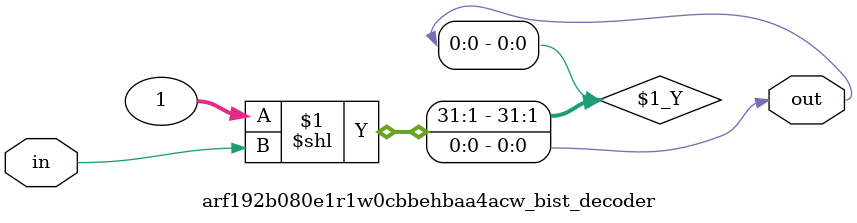
<source format=sv>

`ifndef ARF192B080E1R1W0CBBEHBAA4ACW_BIST_DECODER_SV
`define ARF192B080E1R1W0CBBEHBAA4ACW_BIST_DECODER_SV

module arf192b080e1r1w0cbbehbaa4acw_bist_decoder # (
  parameter IN_WIDTH  = 1,
  parameter OUT_WIDTH = 1
)
(
  input  logic [IN_WIDTH-1:0]  in,
  output logic [OUT_WIDTH-1:0] out
);
  
  assign out = 'b1 << in;

endmodule // arf192b080e1r1w0cbbehbaa4acw_bist_decoder

`endif // ARF192B080E1R1W0CBBEHBAA4ACW_BIST_DECODER_SV
</source>
